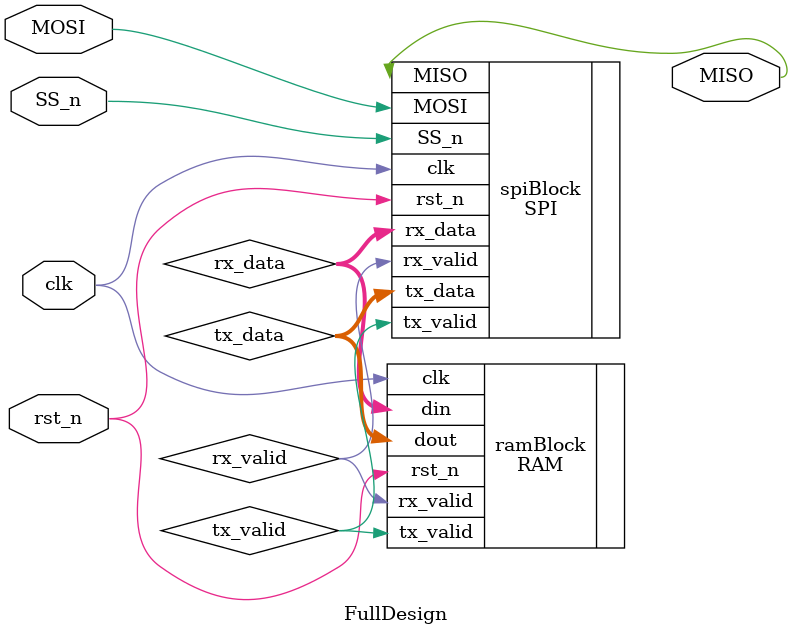
<source format=v>
module FullDesign (
    input clk, rst_n,
    input MOSI, SS_n,
    output MISO
);

    wire tx_valid, rx_valid;
    wire [9:0]rx_data;
    wire [7:0]tx_data;

    SPI spiBlock(
        .clk(clk), .rst_n(rst_n),
        .MOSI(MOSI), .SS_n(SS_n),
        .tx_valid(tx_valid), .tx_data(tx_data),
        .MISO(MISO), 
        .rx_valid(rx_valid), .rx_data(rx_data)
    );

    RAM #(
        .MEM_DEPTH(256),
        .ADDR_SIZE(8)
    ) ramBlock (
        .clk(clk), .rst_n(rst_n),
        .din(rx_data),
        .rx_valid(rx_valid),
        .dout(tx_data),
        .tx_valid(tx_valid)
    );
endmodule

</source>
